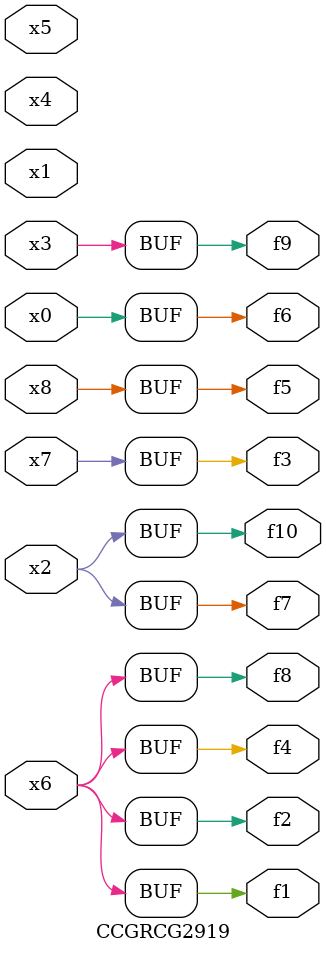
<source format=v>
module CCGRCG2919(
	input x0, x1, x2, x3, x4, x5, x6, x7, x8,
	output f1, f2, f3, f4, f5, f6, f7, f8, f9, f10
);
	assign f1 = x6;
	assign f2 = x6;
	assign f3 = x7;
	assign f4 = x6;
	assign f5 = x8;
	assign f6 = x0;
	assign f7 = x2;
	assign f8 = x6;
	assign f9 = x3;
	assign f10 = x2;
endmodule

</source>
